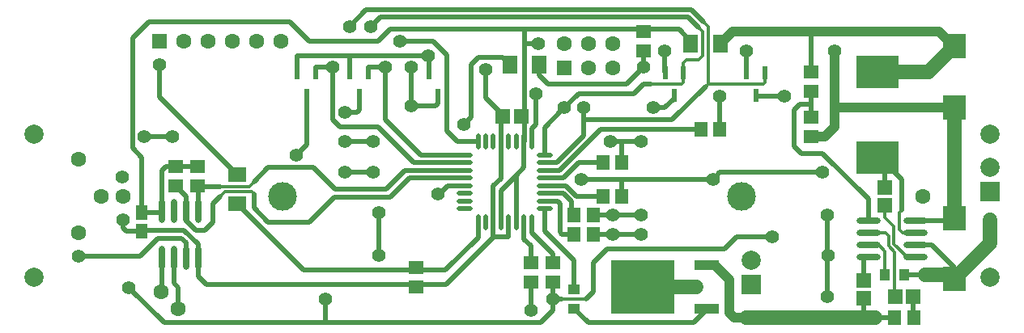
<source format=gbr>
G04 Layer_Physical_Order=1*
G04 Layer_Color=255*
%FSLAX25Y25*%
%MOIN*%
%TF.FileFunction,Copper,L1,Top,Signal*%
%TF.Part,Single*%
G01*
G75*
%TA.AperFunction,SMDPad*%
%ADD10R,0.07480X0.05906*%
%TA.AperFunction,SMDPad*%
%ADD11R,0.02362X0.05709*%
%TA.AperFunction,SMDPad*%
%ADD12R,0.05906X0.07480*%
%TA.AperFunction,SMDPad*%
%ADD13R,0.04331X0.04724*%
%TA.AperFunction,SMDPad*%
%ADD14O,0.02165X0.06496*%
%TA.AperFunction,SMDPad*%
%ADD15O,0.06496X0.02165*%
%TA.AperFunction,SMDPad*%
%ADD16R,0.05906X0.05512*%
%TA.AperFunction,SMDPad*%
%ADD17O,0.02756X0.09843*%
%TA.AperFunction,SMDPad*%
%ADD18R,0.05118X0.05906*%
%TA.AperFunction,SMDPad*%
%ADD19R,0.06299X0.05906*%
%TA.AperFunction,SMDPad*%
%ADD20O,0.09843X0.02756*%
%TA.AperFunction,SMDPad*%
%ADD21R,0.17716X0.13780*%
%TA.AperFunction,SMDPad*%
%ADD22R,0.09449X0.10236*%
%TA.AperFunction,SMDPad*%
%ADD23R,0.05906X0.06299*%
%TA.AperFunction,SMDPad*%
%ADD24R,0.05512X0.05906*%
%TA.AperFunction,SMDPad*%
%ADD25R,0.26378X0.22441*%
%TA.AperFunction,SMDPad*%
%ADD26R,0.09843X0.03937*%
%TA.AperFunction,SMDPad*%
%ADD27R,0.04724X0.04331*%
%ADD28C,0.01969*%
%ADD29C,0.01181*%
%ADD30C,0.03937*%
%ADD31C,0.05906*%
%TA.AperFunction,ViaPad*%
%ADD32C,0.06299*%
%TA.AperFunction,ViaPad*%
%ADD33R,0.06299X0.06299*%
%TA.AperFunction,ConnectorPad*%
%ADD34C,0.06299*%
%TA.AperFunction,ConnectorPad*%
%ADD35C,0.11811*%
%TA.AperFunction,ViaPad*%
%ADD36R,0.07874X0.07874*%
%TA.AperFunction,ViaPad*%
%ADD37C,0.07874*%
%TA.AperFunction,ConnectorPad*%
%ADD38C,0.07874*%
%TA.AperFunction,ViaPad*%
%ADD39C,0.05512*%
%TA.AperFunction,ViaPad*%
%ADD40C,0.05906*%
D10*
X142717Y124803D02*
D03*
Y137008D02*
D03*
D11*
X356299Y169587D02*
D03*
X352559Y178839D02*
D03*
X360039D02*
D03*
X322835Y169587D02*
D03*
X319094Y178839D02*
D03*
X326575D02*
D03*
X192913Y169587D02*
D03*
X189173Y178839D02*
D03*
X196653D02*
D03*
X171260Y169587D02*
D03*
X167520Y178839D02*
D03*
X175000D02*
D03*
X225394Y169587D02*
D03*
X221654Y178839D02*
D03*
X229134D02*
D03*
D12*
X329528Y190945D02*
D03*
X341732D02*
D03*
X254921Y182087D02*
D03*
X267126D02*
D03*
D13*
X409449Y95472D02*
D03*
X417323D02*
D03*
D14*
X241929Y117323D02*
D03*
X245079D02*
D03*
X248228D02*
D03*
X251378D02*
D03*
X254528D02*
D03*
X257677D02*
D03*
X260827D02*
D03*
X263976D02*
D03*
Y150394D02*
D03*
X260827D02*
D03*
X257677D02*
D03*
X254528D02*
D03*
X251378D02*
D03*
X248228D02*
D03*
X245079D02*
D03*
X241929D02*
D03*
D15*
X269488Y122835D02*
D03*
Y125984D02*
D03*
Y129134D02*
D03*
Y132283D02*
D03*
Y135433D02*
D03*
Y138583D02*
D03*
Y141732D02*
D03*
Y144882D02*
D03*
X236417D02*
D03*
Y141732D02*
D03*
Y138583D02*
D03*
Y135433D02*
D03*
Y132283D02*
D03*
Y129134D02*
D03*
Y125984D02*
D03*
Y122835D02*
D03*
D16*
X310039Y195866D02*
D03*
Y187992D02*
D03*
X117323Y132283D02*
D03*
Y140157D02*
D03*
X126378Y132283D02*
D03*
Y140157D02*
D03*
X216535Y98425D02*
D03*
Y90551D02*
D03*
X378937Y171260D02*
D03*
Y179134D02*
D03*
Y152559D02*
D03*
Y160433D02*
D03*
X263779Y100394D02*
D03*
Y92520D02*
D03*
X272638Y100394D02*
D03*
Y92520D02*
D03*
D17*
X111594Y102559D02*
D03*
X116595D02*
D03*
X121595D02*
D03*
X126594D02*
D03*
X111594Y121850D02*
D03*
X116595D02*
D03*
X121595D02*
D03*
X126594D02*
D03*
D18*
X103543Y113583D02*
D03*
Y121063D02*
D03*
D19*
X409449Y131693D02*
D03*
Y124213D02*
D03*
X400591Y85827D02*
D03*
Y93307D02*
D03*
D20*
X402756Y117736D02*
D03*
Y112736D02*
D03*
Y107736D02*
D03*
Y102736D02*
D03*
X422047Y117736D02*
D03*
Y112736D02*
D03*
Y107736D02*
D03*
Y102736D02*
D03*
D21*
X406496Y179134D02*
D03*
Y143701D02*
D03*
D22*
X437992Y118898D02*
D03*
Y93701D02*
D03*
Y164567D02*
D03*
Y189764D02*
D03*
D23*
X421063Y86614D02*
D03*
X413583D02*
D03*
X259646Y161024D02*
D03*
X252165D02*
D03*
D24*
X421260Y77756D02*
D03*
X413386D02*
D03*
X281496Y112205D02*
D03*
X289370D02*
D03*
X293307Y127953D02*
D03*
X301181D02*
D03*
X333661Y155512D02*
D03*
X341535D02*
D03*
X293307Y141732D02*
D03*
X301181D02*
D03*
X281496Y120079D02*
D03*
X289370D02*
D03*
D25*
X309842Y90551D02*
D03*
D26*
X336221Y99606D02*
D03*
Y81496D02*
D03*
D27*
X281496Y89567D02*
D03*
Y81693D02*
D03*
D28*
X110827Y168898D02*
Y182283D01*
X223425Y191929D02*
X229134Y186221D01*
X209646Y191929D02*
X223425D01*
X110827Y168898D02*
X142717Y137008D01*
X129528Y113779D02*
X132874Y117126D01*
X125591Y113779D02*
X129528D01*
X132874Y117126D02*
Y125000D01*
X248228Y111024D02*
Y117323D01*
Y111024D02*
X248425Y111221D01*
X228740Y91535D02*
X248228Y111024D01*
X129921Y91535D02*
X228740D01*
X260925Y190945D02*
Y196752D01*
Y150492D02*
Y190945D01*
X266732D01*
X260827Y196850D02*
X324606D01*
X205709D02*
X260827D01*
X260925Y196752D01*
X257677Y136614D02*
X260827Y139764D01*
Y150394D01*
X149606Y123031D02*
Y128740D01*
Y123031D02*
X155512Y117126D01*
X149606Y133858D02*
X155512Y139764D01*
X174213D01*
X183071Y130905D01*
X205709Y127559D02*
X213583Y135433D01*
X172244Y117126D02*
X182677Y127559D01*
X155512Y117126D02*
X172244D01*
X182677Y127559D02*
X205709D01*
X170079Y97441D02*
X228346D01*
X142717Y124803D02*
X170079Y97441D01*
X132874Y125000D02*
X135827Y127953D01*
X126594Y132067D02*
X126772Y131890D01*
X126378Y132283D02*
X126594Y132067D01*
X126772Y131890D02*
X135827D01*
X383858Y137795D02*
X384842D01*
X341535D02*
X383858D01*
X338583Y134843D02*
X341535Y137795D01*
X301181Y134843D02*
X338583D01*
X200787Y191929D02*
X205709Y196850D01*
X310039Y181102D02*
Y187992D01*
X303150Y174213D02*
X310039Y181102D01*
X270669Y174213D02*
X303150D01*
X244094Y185039D02*
X251969D01*
X254921Y182087D01*
X269488Y156299D02*
X276574Y163385D01*
X269488Y144882D02*
Y156299D01*
X260827Y150394D02*
X260925Y150492D01*
X266929Y177953D02*
Y183071D01*
Y177953D02*
X270669Y174213D01*
X265748Y157480D02*
Y170276D01*
X310039Y174213D02*
X312992D01*
X306102Y170276D02*
X310039Y174213D01*
X341535Y169291D02*
X341535Y169291D01*
Y155512D02*
Y169291D01*
X285433Y159449D02*
X321850D01*
X335630Y173228D01*
X329766Y204724D02*
X334667Y199824D01*
X195866Y204724D02*
X329766D01*
X200984Y103612D02*
Y121260D01*
X228346Y97441D02*
X241929Y111024D01*
X126594Y102559D02*
Y108051D01*
Y94862D02*
Y102559D01*
Y94862D02*
X129921Y91535D01*
X188976Y197835D02*
X195866Y204724D01*
X201772Y201772D02*
X328543D01*
X197835Y197835D02*
X201772Y201772D01*
X172244Y191929D02*
X200787D01*
X103543Y121063D02*
Y143898D01*
X99606Y147835D02*
X103543Y143898D01*
X99606Y147835D02*
Y193110D01*
X106299Y199803D01*
X164370D01*
X172244Y191929D01*
X179133Y75787D02*
X267717D01*
X272638Y80708D02*
Y85630D01*
X267717Y75787D02*
X272638Y80708D01*
X179133Y75787D02*
X179133Y75787D01*
X112795Y75787D02*
X179133D01*
X98228Y90354D02*
X112795Y75787D01*
X328543Y201772D02*
X332677Y197638D01*
X229134Y178839D02*
Y186221D01*
X239173Y182087D02*
X242126Y185039D01*
X239173Y160433D02*
Y182087D01*
X236221Y157480D02*
X239173Y160433D01*
X188976Y186024D02*
X221457D01*
X221654Y185827D01*
Y178839D02*
Y185827D01*
X229134Y154724D02*
X233465Y150394D01*
X229134Y154724D02*
Y178839D01*
X216535Y165354D02*
X224410D01*
X225394Y166339D01*
Y169587D01*
X214567Y167323D02*
Y181102D01*
Y167323D02*
X216535Y165354D01*
X203740Y159449D02*
Y181102D01*
Y159449D02*
X218307Y144882D01*
X183071Y130905D02*
X203937D01*
X187008Y150591D02*
X198819D01*
X196850Y181102D02*
X203740D01*
X196653Y178839D02*
Y180905D01*
X196850Y181102D01*
X175000Y180905D02*
X175197Y181102D01*
X175000Y178839D02*
Y180905D01*
X175197Y181102D02*
X182087D01*
X187008Y162402D02*
X191929D01*
X192913Y163386D01*
Y169587D01*
X185039Y156496D02*
X200787D01*
X215551Y141732D01*
X182087Y159449D02*
X185039Y156496D01*
X182087Y159449D02*
Y181102D01*
X167323Y179035D02*
X167520Y178839D01*
X167323Y179035D02*
Y186024D01*
X215551Y141732D02*
X236417D01*
X171260Y149153D02*
Y169587D01*
X167057Y144951D02*
X171260Y149153D01*
X188976Y179035D02*
Y186024D01*
X167323D02*
X188976D01*
X241929Y111024D02*
Y117323D01*
X233465Y150394D02*
X241929D01*
X242126Y185039D02*
X244094D01*
X218307Y144882D02*
X236417D01*
X229331Y132283D02*
X236417D01*
X225984Y128937D02*
X229331Y132283D01*
X225394Y128937D02*
X225984D01*
X324606Y196850D02*
X330512Y190945D01*
X356299Y169587D02*
X356594Y169291D01*
X368110D01*
X318898Y164370D02*
X322835Y168307D01*
X313976Y164370D02*
X318898D01*
Y179035D02*
Y187992D01*
Y179035D02*
X319094Y178839D01*
X352362Y179035D02*
Y187992D01*
X283465Y170276D02*
X306102D01*
X277559Y164370D02*
X283465Y170276D01*
X285433Y159449D02*
Y164370D01*
Y152798D02*
Y159449D01*
X274367Y141732D02*
X285433Y152798D01*
X269488Y141732D02*
X274367D01*
X372047Y148622D02*
X375000Y145669D01*
X372047Y148622D02*
Y163386D01*
X375000Y145669D02*
X383858D01*
X372047Y163386D02*
X374508Y165847D01*
X277165Y135433D02*
X283465Y141732D01*
X293307D01*
X292323Y155512D02*
X331693D01*
X275394Y138583D02*
X292323Y155512D01*
X296260Y150591D02*
X301181D01*
X309055D01*
X284449Y134843D02*
X301181D01*
Y127953D02*
Y134843D01*
Y142717D02*
Y150591D01*
X282480Y127953D02*
X293307D01*
X278150Y132283D02*
X282480Y127953D01*
X383858Y145669D02*
X402756Y126772D01*
X378937Y179134D02*
Y195866D01*
X322835Y168307D02*
Y169587D01*
X348425Y111221D02*
X363189D01*
X343406Y106201D02*
X348425Y111221D01*
X295177Y106201D02*
X343406D01*
X245079Y168405D02*
X251969Y161516D01*
X251476Y150394D02*
Y161024D01*
X245079Y168405D02*
Y180118D01*
X251476Y161024D02*
X251969Y161516D01*
X402756Y117736D02*
Y126772D01*
X383858Y136811D02*
X384842Y137795D01*
X104331Y152559D02*
X116142D01*
X297244Y112205D02*
X309055D01*
X297244Y120079D02*
X309055D01*
X95669Y114961D02*
Y118110D01*
X103543Y112402D02*
X103740D01*
X95669Y114961D02*
X97047Y113583D01*
X103543D01*
X102756Y103150D02*
X110236Y110630D01*
X77559Y103150D02*
X102756D01*
X110236Y110630D02*
X119685D01*
X121595Y108721D01*
X110807Y121063D02*
X111594Y121850D01*
X103543Y121063D02*
X110807D01*
X103740Y113779D02*
X120866D01*
X126594Y108051D01*
X121595Y102559D02*
Y108721D01*
Y117776D02*
X125591Y113779D01*
X121595Y117776D02*
Y121850D01*
X118504Y81496D02*
Y90158D01*
X116595Y92067D02*
X118504Y90158D01*
X116595Y92067D02*
Y102559D01*
X111433Y88567D02*
X111594Y88729D01*
Y102559D01*
X117323Y140157D02*
X126378D01*
X113386D02*
X117323D01*
X111594Y138366D02*
X113386Y140157D01*
X111594Y121850D02*
Y138366D01*
X117323Y132283D02*
X121595Y128012D01*
Y121850D02*
Y128012D01*
X126594Y121850D02*
Y132067D01*
X406496Y143701D02*
X407480D01*
X416339Y134843D01*
Y122047D02*
Y134843D01*
X406496Y143701D02*
X409449Y140748D01*
Y131693D02*
Y140748D01*
X422047Y117736D02*
X437008D01*
X179133Y75787D02*
Y85630D01*
X179134D01*
X422047Y107736D02*
X428681D01*
X437992Y98425D01*
X374508Y165847D02*
X378937D01*
Y160433D02*
Y165847D01*
Y171260D01*
X248228Y117323D02*
Y132087D01*
X251378Y135236D01*
Y150394D01*
Y117323D02*
Y130315D01*
X254528Y111221D02*
Y117323D01*
X257677D02*
Y136614D01*
X251378Y130315D02*
X257677Y136614D01*
X269488Y135433D02*
X277165D01*
X269488Y138583D02*
X275394D01*
X269488Y132283D02*
X278150D01*
X289370Y112205D02*
X297244D01*
X289370Y120079D02*
X297244D01*
X269488Y129134D02*
X277123D01*
X269488Y125984D02*
X274606D01*
X275590Y125000D01*
Y113189D02*
Y125000D01*
Y113189D02*
X276575Y112205D01*
X281496D01*
X251378Y150394D02*
X251476D01*
X248425Y111221D02*
X254528D01*
X257677Y117323D02*
X257677Y117323D01*
X213583Y135433D02*
X236417D01*
X187008Y137795D02*
X198819D01*
X203937Y130905D02*
X211614Y138583D01*
X236417D01*
X263976Y150394D02*
Y155709D01*
X188976Y179035D02*
X189173Y178839D01*
X385827Y86614D02*
Y120079D01*
X437992Y95472D02*
Y98425D01*
X417323Y95472D02*
X426181D01*
X400591Y93307D02*
Y102362D01*
Y77756D02*
Y85827D01*
X421063Y77953D02*
Y86614D01*
Y77953D02*
X421260Y77756D01*
X405512D02*
X413386D01*
X280273Y121302D02*
X281496Y120079D01*
X280273Y121302D02*
Y125984D01*
X277123Y129134D02*
X280273Y125984D01*
X263779Y80709D02*
Y92520D01*
X272638Y85630D02*
Y92520D01*
Y85630D02*
X276575D01*
X281496Y81693D02*
X287402Y75787D01*
X269488Y113386D02*
Y122835D01*
Y113386D02*
X281496Y101378D01*
Y89567D02*
Y101378D01*
X272638Y100394D02*
Y104331D01*
X263976Y112992D02*
X272638Y104331D01*
X263976Y112992D02*
Y117323D01*
X263779Y100394D02*
Y107382D01*
X260827Y110335D02*
X263779Y107382D01*
X260827Y110335D02*
Y117323D01*
X286417Y85630D02*
X289370Y88583D01*
Y100394D02*
X295177Y106201D01*
X289370Y88583D02*
Y100394D01*
X287402Y75787D02*
X330709D01*
X336417Y81496D01*
X340158D01*
X263976Y155709D02*
X265748Y157480D01*
D29*
X148622Y129724D02*
X149606Y128740D01*
X135827Y131890D02*
X147638D01*
X149606Y133858D01*
X135827Y127953D02*
X137598Y129724D01*
X148622D01*
X312992Y174213D02*
X325787D01*
X335630Y173228D02*
X336614Y174213D01*
X359252D01*
X334449Y185827D02*
Y195866D01*
X332677Y184055D02*
X334449Y185827D01*
X332677Y197638D02*
X334449Y195866D01*
X336614Y174213D02*
Y197877D01*
X334667Y199824D02*
X336614Y197877D01*
X360039Y175000D02*
Y178839D01*
X359252Y174213D02*
X360039Y175000D01*
X327756Y184055D02*
X332677D01*
X326575Y182874D02*
X327756Y184055D01*
X326575Y178839D02*
Y182874D01*
X325787Y174213D02*
X326575Y175000D01*
Y178839D01*
X415354Y121063D02*
X416339Y122047D01*
X402756Y107736D02*
X407028D01*
X418705Y102736D02*
X422047D01*
X409449Y119095D02*
Y124213D01*
X400591Y102362D02*
X400965Y102736D01*
X402756D01*
X409902Y112736D02*
X410992Y111646D01*
X409449Y95472D02*
Y105315D01*
X407028Y107736D02*
X409449Y105315D01*
X410992Y107364D02*
Y111646D01*
X402756Y112736D02*
X409902D01*
X416791D02*
X422047D01*
X415354Y114173D02*
X416791Y112736D01*
X415354Y114173D02*
Y121063D01*
X409449Y119095D02*
X413173Y115370D01*
Y108268D02*
Y115370D01*
X410992Y107364D02*
X413386Y104971D01*
X413173Y108268D02*
X418705Y102736D01*
X413386Y86811D02*
X413583Y86614D01*
X413386Y86811D02*
Y104971D01*
X276575Y85630D02*
X286417D01*
D30*
X346654Y195866D02*
X378937D01*
X341732Y190945D02*
X346654Y195866D01*
X388779Y164370D02*
X388976Y164567D01*
X437992D01*
X378937Y152559D02*
X384842D01*
X388779Y156496D02*
Y164370D01*
X384842Y152559D02*
X388779Y156496D01*
Y164370D02*
Y187992D01*
X431890Y195866D02*
X437992Y189764D01*
X378937Y195866D02*
X431890D01*
X336221Y99606D02*
X339370D01*
X345472Y93504D01*
Y79724D02*
Y93504D01*
Y79724D02*
X347441Y77756D01*
X352362D01*
D31*
X437992Y139764D02*
Y164567D01*
X452756Y108465D02*
Y118110D01*
X437992Y118898D02*
Y139764D01*
X427362Y179134D02*
X437992Y189764D01*
X406496Y179134D02*
X427362D01*
X437992Y93701D02*
X452756Y108465D01*
X426181Y95472D02*
X437992D01*
X400591Y77756D02*
X405512D01*
X352362D02*
X352362Y77756D01*
X400591D01*
X309842Y90551D02*
X331693D01*
D32*
X297402Y191024D02*
D03*
Y181024D02*
D03*
X277402Y191024D02*
D03*
X287402Y181024D02*
D03*
Y191024D02*
D03*
X118504Y81496D02*
D03*
X111433Y88567D02*
D03*
X95669Y127953D02*
D03*
X77559Y143110D02*
D03*
Y112795D02*
D03*
X160827Y191929D02*
D03*
X150827D02*
D03*
X140827D02*
D03*
X130827D02*
D03*
X120827D02*
D03*
D33*
X277402Y181024D02*
D03*
X110827Y191929D02*
D03*
D34*
X425197Y127953D02*
D03*
X86614D02*
D03*
D35*
X350394D02*
D03*
X161417D02*
D03*
D36*
X452756Y129842D02*
D03*
X354331Y91457D02*
D03*
D37*
X452756Y139842D02*
D03*
X354331Y101457D02*
D03*
D38*
X452756Y94488D02*
D03*
Y153543D02*
D03*
X59055D02*
D03*
Y94488D02*
D03*
D39*
X110630Y182283D02*
D03*
X209646Y191929D02*
D03*
X338583Y134843D02*
D03*
X310039Y181102D02*
D03*
X266732Y190945D02*
D03*
X265748Y170276D02*
D03*
X200984Y121260D02*
D03*
Y103612D02*
D03*
X188976Y197835D02*
D03*
X197835D02*
D03*
X98228Y90354D02*
D03*
X221457Y186024D02*
D03*
X214567Y181102D02*
D03*
Y165354D02*
D03*
X385827Y120079D02*
D03*
X187008Y150591D02*
D03*
X198819D02*
D03*
X203740Y181102D02*
D03*
X187008Y162402D02*
D03*
X182087Y181102D02*
D03*
X167057Y144951D02*
D03*
X236221Y157480D02*
D03*
X225394Y128937D02*
D03*
X368110Y169291D02*
D03*
X341535D02*
D03*
X313976Y164370D02*
D03*
X318898Y187992D02*
D03*
X352362D02*
D03*
X388779D02*
D03*
X277559Y164370D02*
D03*
X285433D02*
D03*
X296260Y150591D02*
D03*
X309055D02*
D03*
X245079Y180118D02*
D03*
X198819Y137795D02*
D03*
X383858D02*
D03*
X116142Y152559D02*
D03*
X104331D02*
D03*
X297244Y120079D02*
D03*
Y112205D02*
D03*
X309055D02*
D03*
Y120079D02*
D03*
X95669Y118110D02*
D03*
X77559Y103150D02*
D03*
X179134Y85630D02*
D03*
X187008Y137795D02*
D03*
X95472Y135827D02*
D03*
X363189Y111221D02*
D03*
X386024Y103612D02*
D03*
X385827Y86614D02*
D03*
X272638Y85630D02*
D03*
X263779Y80709D02*
D03*
X284449Y134843D02*
D03*
D40*
X452756Y118110D02*
D03*
X437992Y139764D02*
D03*
X426181Y95472D02*
D03*
X405512Y77756D02*
D03*
X331693Y90551D02*
D03*
%TF.MD5,9764F58749022A582D1106158769A816*%
M02*

</source>
